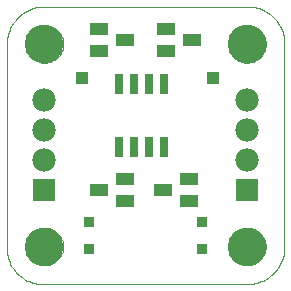
<source format=gbs>
G75*
G70*
%OFA0B0*%
%FSLAX24Y24*%
%IPPOS*%
%LPD*%
%AMOC8*
5,1,8,0,0,1.08239X$1,22.5*
%
%ADD10C,0.0000*%
%ADD11C,0.1290*%
%ADD12R,0.0780X0.0780*%
%ADD13C,0.0780*%
%ADD14R,0.0276X0.0650*%
%ADD15R,0.0591X0.0434*%
%ADD16R,0.0355X0.0355*%
%ADD17R,0.0396X0.0396*%
D10*
X000411Y001660D02*
X000409Y001594D01*
X000411Y001528D01*
X000417Y001462D01*
X000426Y001396D01*
X000439Y001331D01*
X000456Y001266D01*
X000476Y001203D01*
X000500Y001141D01*
X000527Y001081D01*
X000558Y001022D01*
X000592Y000964D01*
X000629Y000909D01*
X000669Y000856D01*
X000712Y000806D01*
X000757Y000757D01*
X000806Y000712D01*
X000856Y000669D01*
X000909Y000629D01*
X000964Y000592D01*
X001022Y000558D01*
X001081Y000527D01*
X001141Y000500D01*
X001203Y000476D01*
X001266Y000456D01*
X001331Y000439D01*
X001396Y000426D01*
X001462Y000417D01*
X001528Y000411D01*
X001594Y000409D01*
X001660Y000411D01*
X001660Y000410D02*
X008410Y000410D01*
X008478Y000412D01*
X008545Y000417D01*
X008612Y000426D01*
X008679Y000439D01*
X008744Y000456D01*
X008809Y000475D01*
X008873Y000499D01*
X008935Y000526D01*
X008996Y000556D01*
X009054Y000589D01*
X009111Y000625D01*
X009166Y000665D01*
X009219Y000707D01*
X009270Y000753D01*
X009317Y000800D01*
X009363Y000851D01*
X009405Y000904D01*
X009445Y000959D01*
X009481Y001016D01*
X009514Y001074D01*
X009544Y001135D01*
X009571Y001197D01*
X009595Y001261D01*
X009614Y001326D01*
X009631Y001391D01*
X009644Y001458D01*
X009653Y001525D01*
X009658Y001592D01*
X009660Y001660D01*
X009660Y008410D01*
X009658Y008478D01*
X009653Y008545D01*
X009644Y008612D01*
X009631Y008679D01*
X009614Y008744D01*
X009595Y008809D01*
X009571Y008873D01*
X009544Y008935D01*
X009514Y008996D01*
X009481Y009054D01*
X009445Y009111D01*
X009405Y009166D01*
X009363Y009219D01*
X009317Y009270D01*
X009270Y009317D01*
X009219Y009363D01*
X009166Y009405D01*
X009111Y009445D01*
X009054Y009481D01*
X008996Y009514D01*
X008935Y009544D01*
X008873Y009571D01*
X008809Y009595D01*
X008744Y009614D01*
X008679Y009631D01*
X008612Y009644D01*
X008545Y009653D01*
X008478Y009658D01*
X008410Y009660D01*
X001660Y009660D01*
X001035Y008410D02*
X001037Y008460D01*
X001043Y008509D01*
X001053Y008558D01*
X001066Y008605D01*
X001084Y008652D01*
X001105Y008697D01*
X001129Y008740D01*
X001157Y008781D01*
X001188Y008820D01*
X001222Y008856D01*
X001259Y008890D01*
X001299Y008920D01*
X001340Y008947D01*
X001384Y008971D01*
X001429Y008991D01*
X001476Y009007D01*
X001524Y009020D01*
X001573Y009029D01*
X001623Y009034D01*
X001672Y009035D01*
X001722Y009032D01*
X001771Y009025D01*
X001820Y009014D01*
X001867Y009000D01*
X001913Y008981D01*
X001958Y008959D01*
X002001Y008934D01*
X002041Y008905D01*
X002079Y008873D01*
X002115Y008839D01*
X002148Y008801D01*
X002177Y008761D01*
X002203Y008719D01*
X002226Y008675D01*
X002245Y008629D01*
X002261Y008582D01*
X002273Y008533D01*
X002281Y008484D01*
X002285Y008435D01*
X002285Y008385D01*
X002281Y008336D01*
X002273Y008287D01*
X002261Y008238D01*
X002245Y008191D01*
X002226Y008145D01*
X002203Y008101D01*
X002177Y008059D01*
X002148Y008019D01*
X002115Y007981D01*
X002079Y007947D01*
X002041Y007915D01*
X002001Y007886D01*
X001958Y007861D01*
X001913Y007839D01*
X001867Y007820D01*
X001820Y007806D01*
X001771Y007795D01*
X001722Y007788D01*
X001672Y007785D01*
X001623Y007786D01*
X001573Y007791D01*
X001524Y007800D01*
X001476Y007813D01*
X001429Y007829D01*
X001384Y007849D01*
X001340Y007873D01*
X001299Y007900D01*
X001259Y007930D01*
X001222Y007964D01*
X001188Y008000D01*
X001157Y008039D01*
X001129Y008080D01*
X001105Y008123D01*
X001084Y008168D01*
X001066Y008215D01*
X001053Y008262D01*
X001043Y008311D01*
X001037Y008360D01*
X001035Y008410D01*
X000410Y008410D02*
X000410Y001660D01*
X001035Y001660D02*
X001037Y001710D01*
X001043Y001759D01*
X001053Y001808D01*
X001066Y001855D01*
X001084Y001902D01*
X001105Y001947D01*
X001129Y001990D01*
X001157Y002031D01*
X001188Y002070D01*
X001222Y002106D01*
X001259Y002140D01*
X001299Y002170D01*
X001340Y002197D01*
X001384Y002221D01*
X001429Y002241D01*
X001476Y002257D01*
X001524Y002270D01*
X001573Y002279D01*
X001623Y002284D01*
X001672Y002285D01*
X001722Y002282D01*
X001771Y002275D01*
X001820Y002264D01*
X001867Y002250D01*
X001913Y002231D01*
X001958Y002209D01*
X002001Y002184D01*
X002041Y002155D01*
X002079Y002123D01*
X002115Y002089D01*
X002148Y002051D01*
X002177Y002011D01*
X002203Y001969D01*
X002226Y001925D01*
X002245Y001879D01*
X002261Y001832D01*
X002273Y001783D01*
X002281Y001734D01*
X002285Y001685D01*
X002285Y001635D01*
X002281Y001586D01*
X002273Y001537D01*
X002261Y001488D01*
X002245Y001441D01*
X002226Y001395D01*
X002203Y001351D01*
X002177Y001309D01*
X002148Y001269D01*
X002115Y001231D01*
X002079Y001197D01*
X002041Y001165D01*
X002001Y001136D01*
X001958Y001111D01*
X001913Y001089D01*
X001867Y001070D01*
X001820Y001056D01*
X001771Y001045D01*
X001722Y001038D01*
X001672Y001035D01*
X001623Y001036D01*
X001573Y001041D01*
X001524Y001050D01*
X001476Y001063D01*
X001429Y001079D01*
X001384Y001099D01*
X001340Y001123D01*
X001299Y001150D01*
X001259Y001180D01*
X001222Y001214D01*
X001188Y001250D01*
X001157Y001289D01*
X001129Y001330D01*
X001105Y001373D01*
X001084Y001418D01*
X001066Y001465D01*
X001053Y001512D01*
X001043Y001561D01*
X001037Y001610D01*
X001035Y001660D01*
X000410Y008410D02*
X000412Y008478D01*
X000417Y008545D01*
X000426Y008612D01*
X000439Y008679D01*
X000456Y008744D01*
X000475Y008809D01*
X000499Y008873D01*
X000526Y008935D01*
X000556Y008996D01*
X000589Y009054D01*
X000625Y009111D01*
X000665Y009166D01*
X000707Y009219D01*
X000753Y009270D01*
X000800Y009317D01*
X000851Y009363D01*
X000904Y009405D01*
X000959Y009445D01*
X001016Y009481D01*
X001074Y009514D01*
X001135Y009544D01*
X001197Y009571D01*
X001261Y009595D01*
X001326Y009614D01*
X001391Y009631D01*
X001458Y009644D01*
X001525Y009653D01*
X001592Y009658D01*
X001660Y009660D01*
X007785Y008410D02*
X007787Y008460D01*
X007793Y008509D01*
X007803Y008558D01*
X007816Y008605D01*
X007834Y008652D01*
X007855Y008697D01*
X007879Y008740D01*
X007907Y008781D01*
X007938Y008820D01*
X007972Y008856D01*
X008009Y008890D01*
X008049Y008920D01*
X008090Y008947D01*
X008134Y008971D01*
X008179Y008991D01*
X008226Y009007D01*
X008274Y009020D01*
X008323Y009029D01*
X008373Y009034D01*
X008422Y009035D01*
X008472Y009032D01*
X008521Y009025D01*
X008570Y009014D01*
X008617Y009000D01*
X008663Y008981D01*
X008708Y008959D01*
X008751Y008934D01*
X008791Y008905D01*
X008829Y008873D01*
X008865Y008839D01*
X008898Y008801D01*
X008927Y008761D01*
X008953Y008719D01*
X008976Y008675D01*
X008995Y008629D01*
X009011Y008582D01*
X009023Y008533D01*
X009031Y008484D01*
X009035Y008435D01*
X009035Y008385D01*
X009031Y008336D01*
X009023Y008287D01*
X009011Y008238D01*
X008995Y008191D01*
X008976Y008145D01*
X008953Y008101D01*
X008927Y008059D01*
X008898Y008019D01*
X008865Y007981D01*
X008829Y007947D01*
X008791Y007915D01*
X008751Y007886D01*
X008708Y007861D01*
X008663Y007839D01*
X008617Y007820D01*
X008570Y007806D01*
X008521Y007795D01*
X008472Y007788D01*
X008422Y007785D01*
X008373Y007786D01*
X008323Y007791D01*
X008274Y007800D01*
X008226Y007813D01*
X008179Y007829D01*
X008134Y007849D01*
X008090Y007873D01*
X008049Y007900D01*
X008009Y007930D01*
X007972Y007964D01*
X007938Y008000D01*
X007907Y008039D01*
X007879Y008080D01*
X007855Y008123D01*
X007834Y008168D01*
X007816Y008215D01*
X007803Y008262D01*
X007793Y008311D01*
X007787Y008360D01*
X007785Y008410D01*
X007785Y001660D02*
X007787Y001710D01*
X007793Y001759D01*
X007803Y001808D01*
X007816Y001855D01*
X007834Y001902D01*
X007855Y001947D01*
X007879Y001990D01*
X007907Y002031D01*
X007938Y002070D01*
X007972Y002106D01*
X008009Y002140D01*
X008049Y002170D01*
X008090Y002197D01*
X008134Y002221D01*
X008179Y002241D01*
X008226Y002257D01*
X008274Y002270D01*
X008323Y002279D01*
X008373Y002284D01*
X008422Y002285D01*
X008472Y002282D01*
X008521Y002275D01*
X008570Y002264D01*
X008617Y002250D01*
X008663Y002231D01*
X008708Y002209D01*
X008751Y002184D01*
X008791Y002155D01*
X008829Y002123D01*
X008865Y002089D01*
X008898Y002051D01*
X008927Y002011D01*
X008953Y001969D01*
X008976Y001925D01*
X008995Y001879D01*
X009011Y001832D01*
X009023Y001783D01*
X009031Y001734D01*
X009035Y001685D01*
X009035Y001635D01*
X009031Y001586D01*
X009023Y001537D01*
X009011Y001488D01*
X008995Y001441D01*
X008976Y001395D01*
X008953Y001351D01*
X008927Y001309D01*
X008898Y001269D01*
X008865Y001231D01*
X008829Y001197D01*
X008791Y001165D01*
X008751Y001136D01*
X008708Y001111D01*
X008663Y001089D01*
X008617Y001070D01*
X008570Y001056D01*
X008521Y001045D01*
X008472Y001038D01*
X008422Y001035D01*
X008373Y001036D01*
X008323Y001041D01*
X008274Y001050D01*
X008226Y001063D01*
X008179Y001079D01*
X008134Y001099D01*
X008090Y001123D01*
X008049Y001150D01*
X008009Y001180D01*
X007972Y001214D01*
X007938Y001250D01*
X007907Y001289D01*
X007879Y001330D01*
X007855Y001373D01*
X007834Y001418D01*
X007816Y001465D01*
X007803Y001512D01*
X007793Y001561D01*
X007787Y001610D01*
X007785Y001660D01*
D11*
X008410Y001660D03*
X008410Y008410D03*
X001660Y008410D03*
X001660Y001660D03*
D12*
X001660Y003535D03*
X008410Y003535D03*
D13*
X008410Y004535D03*
X008410Y005535D03*
X008410Y006535D03*
X001660Y006535D03*
X001660Y005535D03*
X001660Y004535D03*
D14*
X004160Y004968D03*
X004660Y004968D03*
X005160Y004968D03*
X005660Y004968D03*
X005660Y007094D03*
X005160Y007094D03*
X004660Y007094D03*
X004160Y007094D03*
D15*
X003477Y008161D03*
X003477Y008909D03*
X004343Y008535D03*
X005727Y008161D03*
X005727Y008909D03*
X006593Y008535D03*
X006468Y003909D03*
X006468Y003161D03*
X005602Y003535D03*
X004343Y003161D03*
X004343Y003909D03*
X003477Y003535D03*
D16*
X003160Y002478D03*
X003160Y001592D03*
X006910Y001592D03*
X006910Y002478D03*
D17*
X007285Y007285D03*
X002910Y007285D03*
M02*

</source>
